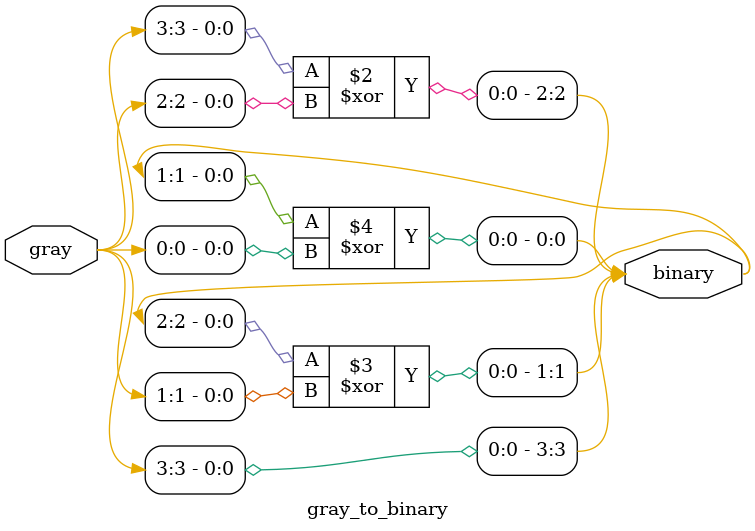
<source format=v>
module gray_to_binary (
    input [3:0] gray,
    output reg [3:0] binary
);

always @ (gray) begin
    binary[3] = gray[3];
    binary[2] = binary[3] ^ gray[2];
    binary[1] = binary[2] ^ gray[1];
    binary[0] = binary[1] ^ gray[0];
end

endmodule
</source>
